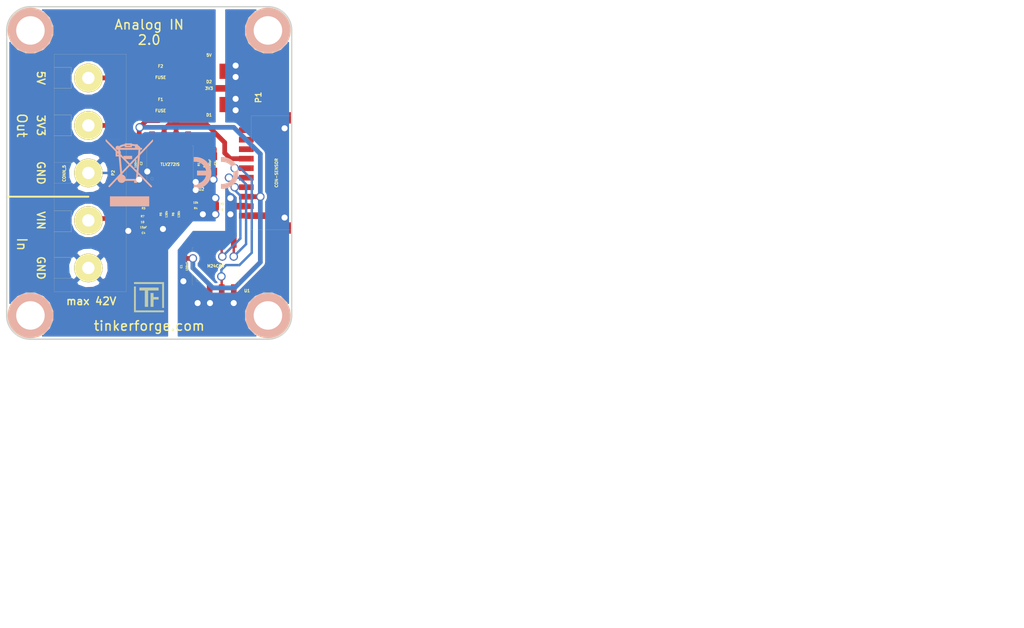
<source format=kicad_pcb>
(kicad_pcb (version 4) (host pcbnew "(2015-03-18 BZR 5525)-product")
  (title_block (title "Analog In Bricklet") (date "24 Feb 2015") (rev 2.0) (company "Tinkerforge GmbH") (comment 1 "Licensed under CERN OHL v.1.1") (comment 2 "Copyright (©) 2015, B.Nordmeyer <bastian@tinkerforge.com>"))
  (layers (0 F.Cu signal) (31 B.Cu signal hide) (34 B.Paste user) (35 F.Paste user) (36 B.SilkS user) (37 F.SilkS user) (38 B.Mask user) (39 F.Mask user) (44 Edge.Cuts user))
  (net 0 "")
  (net 1 3V3)
  (net 2 GND)
  (net 3 AGND)
  (net 4 ADC0)
  (net 5 +5V)
  (net 6 "Net-(P1-Pad4)")
  (net 7 "Net-(P1-Pad5)")
  (net 8 "Net-(P1-Pad6)")
  (net 9 "Net-(P1-Pad7)")
  (net 10 "Net-(C4-Pad2)")
  (net 11 "Net-(R1-Pad2)")
  (net 12 "Net-(R3-Pad2)")
  (net 13 "Net-(R4-Pad1)")
  (net 14 "Net-(F1-Pad2)")
  (net 15 "Net-(F2-Pad2)")
  (net 16 "Net-(P2-Pad2)")
  (module logo:Logo_31x31 (layer F.Cu) (at 188.9 123.6)
    (fp_text reference G*** hide)
    (fp_text value Logo_31x31 hide)
  )
  (module tinkerforge:Fiducial_Mark (layer F.Cu) (at 198.5 128.1)
    (fp_text reference Fiducial_Mark hide)
    (fp_text value VAL** hide)
    (pad 1 smd circle (at 0 0) (size 1.00076 1.00076) (layers F.Cu F.Mask) (clearance 0.65024))
  )
  (module tinkerforge:Fiducial_Mark (layer F.Cu) (at 182.5 96.1)
    (fp_text reference Fiducial_Mark hide)
    (fp_text value VAL** hide)
    (pad 1 smd circle (at 0 0) (size 1.00076 1.00076) (layers F.Cu F.Mask) (clearance 0.65024))
  )
  (module tinkerforge:CE_5mm (layer B.Cu) (at 197.5 112.1 180)
    (fp_text reference VAL hide)
    (fp_text value CE_5mm hide)
  )
  (module tinkerforge:WEEE_7mm (layer B.Cu) (at 188.4 112.1)
    (fp_text reference VAL hide)
    (fp_text value WEEE_7mm hide)
  )
  (module kicad-libraries:0603 (layer F.Cu) (at 194.1 121.9 270)
    (fp_text reference C1 (at 0.05 0.225 270) (layer F.SilkS) (effects (font (size 0.2 0.2) (thickness 0.05))))
    (fp_text value 100nF (at 0.05 -0.375 270) (layer F.SilkS) (effects (font (size 0.2 0.2) (thickness 0.05))))
    (pad 1 smd rect (at -0.8001 0 270) (size 0.8001 0.8001) (layers F.Cu F.Paste F.Mask) (net 1 3V3))
    (pad 2 smd rect (at 0.8001 0 270) (size 0.8001 0.8001) (layers F.Cu F.Paste F.Mask) (net 2 GND))
  )
  (module kicad-libraries:0603 (layer F.Cu) (at 189.45 111.15 90)
    (fp_text reference C2 (at 0.05 0.225 90) (layer F.SilkS) (effects (font (size 0.2 0.2) (thickness 0.05))))
    (fp_text value 100nF (at 0.05 -0.375 90) (layer F.SilkS) (effects (font (size 0.2 0.2) (thickness 0.05))))
    (pad 1 smd rect (at -0.8001 0 90) (size 0.8001 0.8001) (layers F.Cu F.Paste F.Mask) (net 3 AGND))
    (pad 2 smd rect (at 0.8001 0 90) (size 0.8001 0.8001) (layers F.Cu F.Paste F.Mask) (net 1 3V3))
  )
  (module kicad-libraries:0603 (layer F.Cu) (at 197.25 111.15 90)
    (fp_text reference C3 (at 0.05 0.225 90) (layer F.SilkS) (effects (font (size 0.2 0.2) (thickness 0.05))))
    (fp_text value 180pF (at 0.05 -0.375 90) (layer F.SilkS) (effects (font (size 0.2 0.2) (thickness 0.05))))
    (pad 1 smd rect (at -0.8001 0 90) (size 0.8001 0.8001) (layers F.Cu F.Paste F.Mask) (net 3 AGND))
    (pad 2 smd rect (at 0.8001 0 90) (size 0.8001 0.8001) (layers F.Cu F.Paste F.Mask) (net 4 ADC0))
  )
  (module kicad-libraries:0603 (layer F.Cu) (at 189.85 118.2)
    (fp_text reference C4 (at 0.05 0.225) (layer F.SilkS) (effects (font (size 0.2 0.2) (thickness 0.05))))
    (fp_text value 15pF (at 0.05 -0.375) (layer F.SilkS) (effects (font (size 0.2 0.2) (thickness 0.05))))
    (pad 1 smd rect (at -0.8001 0) (size 0.8001 0.8001) (layers F.Cu F.Paste F.Mask) (net 3 AGND))
    (pad 2 smd rect (at 0.8001 0) (size 0.8001 0.8001) (layers F.Cu F.Paste F.Mask) (net 10 "Net-(C4-Pad2)"))
  )
  (module kicad-libraries:MiniMelf (layer F.Cu) (at 196.8 104.9)
    (fp_text reference D1 (at 0 1.09982) (layer F.SilkS) (effects (font (size 0.29972 0.29972) (thickness 0.0762))))
    (fp_text value 3V3 (at 0 -1.69926) (layer F.SilkS) (effects (font (size 0.29972 0.29972) (thickness 0.0762))))
    (pad 2 smd rect (at -1.69926 0) (size 1.19888 1.6002) (layers F.Cu F.Paste F.Mask) (net 1 3V3))
    (pad 1 smd rect (at 1.69926 0) (size 1.19888 1.6002) (layers F.Cu F.Paste F.Mask) (net 2 GND))
  )
  (module kicad-libraries:MiniMelf (layer F.Cu) (at 196.8 101.4)
    (fp_text reference D2 (at 0 1.09982) (layer F.SilkS) (effects (font (size 0.29972 0.29972) (thickness 0.0762))))
    (fp_text value 5V (at 0 -1.69926) (layer F.SilkS) (effects (font (size 0.29972 0.29972) (thickness 0.0762))))
    (pad 2 smd rect (at -1.69926 0) (size 1.19888 1.6002) (layers F.Cu F.Paste F.Mask) (net 5 +5V))
    (pad 1 smd rect (at 1.69926 0) (size 1.19888 1.6002) (layers F.Cu F.Paste F.Mask) (net 2 GND))
  )
  (module kicad-libraries:1206 (layer F.Cu) (at 191.7 104.9 180)
    (fp_text reference F1 (at 0 0.5375 180) (layer F.SilkS) (effects (font (size 0.3 0.3) (thickness 0.075))))
    (fp_text value FUSE (at 0 -0.65 180) (layer F.SilkS) (effects (font (size 0.3 0.3) (thickness 0.075))))
    (pad 1 smd rect (at -1.50114 0 180) (size 1.00076 1.6002) (layers F.Cu F.Paste F.Mask) (net 1 3V3))
    (pad 2 smd rect (at 1.50114 0 180) (size 1.00076 1.6002) (layers F.Cu F.Paste F.Mask) (net 14 "Net-(F1-Pad2)"))
  )
  (module kicad-libraries:1206 (layer F.Cu) (at 191.7 101.4 180)
    (fp_text reference F2 (at 0 0.5375 180) (layer F.SilkS) (effects (font (size 0.3 0.3) (thickness 0.075))))
    (fp_text value FUSE (at 0 -0.65 180) (layer F.SilkS) (effects (font (size 0.3 0.3) (thickness 0.075))))
    (pad 1 smd rect (at -1.50114 0 180) (size 1.00076 1.6002) (layers F.Cu F.Paste F.Mask) (net 5 +5V))
    (pad 2 smd rect (at 1.50114 0 180) (size 1.00076 1.6002) (layers F.Cu F.Paste F.Mask) (net 15 "Net-(F2-Pad2)"))
  )
  (module kicad-libraries:CON-SENSOR (layer F.Cu) (at 205.5 112.1 90)
    (fp_text reference P1 (at 7.9502 -3.50012 90) (layer F.SilkS) (effects (font (size 0.59944 0.59944) (thickness 0.12446))))
    (fp_text value CON-SENSOR (at 0 -1.6002 90) (layer F.SilkS) (effects (font (size 0.29972 0.29972) (thickness 0.07112))))
    (pad 1 smd rect (at -4.50088 -4.7752 90) (size 0.59944 1.5494) (layers F.Cu F.Paste F.Mask) (net 5 +5V))
    (pad 2 smd rect (at -3.50012 -4.7752 90) (size 0.59944 1.5494) (layers F.Cu F.Paste F.Mask) (net 2 GND))
    (pad 3 smd rect (at -2.49936 -4.7752 90) (size 0.59944 1.5494) (layers F.Cu F.Paste F.Mask) (net 1 3V3))
    (pad 4 smd rect (at -1.50114 -4.7752 90) (size 0.59944 1.5494) (layers F.Cu F.Paste F.Mask) (net 6 "Net-(P1-Pad4)"))
    (pad 5 smd rect (at -0.50038 -4.7752 90) (size 0.59944 1.5494) (layers F.Cu F.Paste F.Mask) (net 7 "Net-(P1-Pad5)"))
    (pad 6 smd rect (at 0.50038 -4.7752 90) (size 0.59944 1.5494) (layers F.Cu F.Paste F.Mask) (net 8 "Net-(P1-Pad6)"))
    (pad 7 smd rect (at 1.50114 -4.7752 90) (size 0.59944 1.5494) (layers F.Cu F.Paste F.Mask) (net 9 "Net-(P1-Pad7)"))
    (pad 8 smd rect (at 2.49936 -4.7752 90) (size 0.59944 1.5494) (layers F.Cu F.Paste F.Mask))
    (pad 9 smd rect (at 3.50012 -4.7752 90) (size 0.59944 1.5494) (layers F.Cu F.Paste F.Mask))
    (pad 10 smd rect (at 4.50088 -4.7752 90) (size 0.59944 1.5494) (layers F.Cu F.Paste F.Mask))
    (pad EP smd rect (at -5.79882 -0.89916 90) (size 1.19888 1.80086) (layers F.Cu F.Paste F.Mask) (net 2 GND))
    (pad EP smd rect (at 5.79882 -0.89916 90) (size 1.19888 1.80086) (layers F.Cu F.Paste F.Mask) (net 2 GND))
  )
  (module kicad-libraries:AKL_5_5 (layer F.Cu) (at 184.1 112.1 90)
    (fp_text reference P2 (at 0 2.60096 90) (layer F.SilkS) (effects (font (size 0.3 0.3) (thickness 0.075))))
    (fp_text value CONN_5 (at -0.0508 -2.55016 90) (layer F.SilkS) (effects (font (size 0.29972 0.29972) (thickness 0.07493))))
    (pad 2 thru_hole circle (at -5 0 90) (size 2.99974 2.99974) (drill 1.30048) (layers *.Cu *.Mask F.SilkS) (net 16 "Net-(P2-Pad2)"))
    (pad 3 thru_hole circle (at 0 0 90) (size 2.99974 2.99974) (drill 1.30048) (layers *.Cu *.Mask F.SilkS) (net 3 AGND))
    (pad 4 thru_hole circle (at 5 0 90) (size 2.99974 2.99974) (drill 1.30048) (layers *.Cu *.Mask F.SilkS) (net 14 "Net-(F1-Pad2)"))
    (pad 5 thru_hole circle (at 10 0 90) (size 2.99974 2.99974) (drill 1.30048) (layers *.Cu *.Mask F.SilkS) (net 15 "Net-(F2-Pad2)"))
    (pad 1 thru_hole circle (at -10 0 90) (size 2.99974 2.99974) (drill 1.30048) (layers *.Cu *.Mask F.SilkS) (net 3 AGND))
  )
  (module kicad-libraries:0603 (layer F.Cu) (at 195.95 111.15 270)
    (fp_text reference R1 (at 0.05 0.225 270) (layer F.SilkS) (effects (font (size 0.2 0.2) (thickness 0.05))))
    (fp_text value 68.1 (at 0.05 -0.375 270) (layer F.SilkS) (effects (font (size 0.2 0.2) (thickness 0.05))))
    (pad 1 smd rect (at -0.8001 0 270) (size 0.8001 0.8001) (layers F.Cu F.Paste F.Mask) (net 4 ADC0))
    (pad 2 smd rect (at 0.8001 0 270) (size 0.8001 0.8001) (layers F.Cu F.Paste F.Mask) (net 11 "Net-(R1-Pad2)"))
  )
  (module kicad-libraries:0603 (layer F.Cu) (at 198.25 115.6 180)
    (fp_text reference R2 (at 0.05 0.225 180) (layer F.SilkS) (effects (font (size 0.2 0.2) (thickness 0.05))))
    (fp_text value 0 (at 0.05 -0.375 180) (layer F.SilkS) (effects (font (size 0.2 0.2) (thickness 0.05))))
    (pad 1 smd rect (at -0.8001 0 180) (size 0.8001 0.8001) (layers F.Cu F.Paste F.Mask) (net 2 GND))
    (pad 2 smd rect (at 0.8001 0 180) (size 0.8001 0.8001) (layers F.Cu F.Paste F.Mask) (net 3 AGND))
  )
  (module kicad-libraries:0603 (layer F.Cu) (at 189.85 115.6)
    (fp_text reference R3 (at 0.05 0.225) (layer F.SilkS) (effects (font (size 0.2 0.2) (thickness 0.05))))
    (fp_text value 10k (at 0.05 -0.375) (layer F.SilkS) (effects (font (size 0.2 0.2) (thickness 0.05))))
    (pad 1 smd rect (at -0.8001 0) (size 0.8001 0.8001) (layers F.Cu F.Paste F.Mask) (net 11 "Net-(R1-Pad2)"))
    (pad 2 smd rect (at 0.8001 0) (size 0.8001 0.8001) (layers F.Cu F.Paste F.Mask) (net 12 "Net-(R3-Pad2)"))
  )
  (module kicad-libraries:0603 (layer F.Cu) (at 195.35 115.6)
    (fp_text reference R4 (at 0.05 0.225) (layer F.SilkS) (effects (font (size 0.2 0.2) (thickness 0.05))))
    (fp_text value 10k (at 0.05 -0.375) (layer F.SilkS) (effects (font (size 0.2 0.2) (thickness 0.05))))
    (pad 1 smd rect (at -0.8001 0) (size 0.8001 0.8001) (layers F.Cu F.Paste F.Mask) (net 13 "Net-(R4-Pad1)"))
    (pad 2 smd rect (at 0.8001 0) (size 0.8001 0.8001) (layers F.Cu F.Paste F.Mask) (net 3 AGND))
  )
  (module kicad-libraries:0603 (layer F.Cu) (at 191.95 116.4 270)
    (fp_text reference R5 (at 0.05 0.225 270) (layer F.SilkS) (effects (font (size 0.2 0.2) (thickness 0.05))))
    (fp_text value 130k (at 0.05 -0.375 270) (layer F.SilkS) (effects (font (size 0.2 0.2) (thickness 0.05))))
    (pad 1 smd rect (at -0.8001 0 270) (size 0.8001 0.8001) (layers F.Cu F.Paste F.Mask) (net 12 "Net-(R3-Pad2)"))
    (pad 2 smd rect (at 0.8001 0 270) (size 0.8001 0.8001) (layers F.Cu F.Paste F.Mask) (net 3 AGND))
  )
  (module kicad-libraries:0603 (layer F.Cu) (at 193.25 116.4 270)
    (fp_text reference R6 (at 0.05 0.225 270) (layer F.SilkS) (effects (font (size 0.2 0.2) (thickness 0.05))))
    (fp_text value 130k (at 0.05 -0.375 270) (layer F.SilkS) (effects (font (size 0.2 0.2) (thickness 0.05))))
    (pad 1 smd rect (at -0.8001 0 270) (size 0.8001 0.8001) (layers F.Cu F.Paste F.Mask) (net 13 "Net-(R4-Pad1)"))
    (pad 2 smd rect (at 0.8001 0 270) (size 0.8001 0.8001) (layers F.Cu F.Paste F.Mask) (net 10 "Net-(C4-Pad2)"))
  )
  (module kicad-libraries:0603 (layer F.Cu) (at 189.85 116.9 180)
    (fp_text reference R7 (at 0.05 0.225 180) (layer F.SilkS) (effects (font (size 0.2 0.2) (thickness 0.05))))
    (fp_text value 10 (at 0.05 -0.375 180) (layer F.SilkS) (effects (font (size 0.2 0.2) (thickness 0.05))))
    (pad 1 smd rect (at -0.8001 0 180) (size 0.8001 0.8001) (layers F.Cu F.Paste F.Mask) (net 10 "Net-(C4-Pad2)"))
    (pad 2 smd rect (at 0.8001 0 180) (size 0.8001 0.8001) (layers F.Cu F.Paste F.Mask) (net 16 "Net-(P2-Pad2)"))
  )
  (module kicad-libraries:SOIC8 (layer F.Cu) (at 197.5 121.9)
    (fp_text reference U1 (at 3.29946 2.60096) (layer F.SilkS) (effects (font (size 0.29972 0.29972) (thickness 0.0762))))
    (fp_text value M24C64 (at 0 0) (layer F.SilkS) (effects (font (size 0.29972 0.29972) (thickness 0.0762))))
    (pad 1 smd rect (at -1.90246 2.69748 180) (size 0.59944 1.5494) (layers F.Cu F.Paste F.Mask) (net 2 GND))
    (pad 2 smd rect (at -0.63246 2.69748 180) (size 0.59944 1.5494) (layers F.Cu F.Paste F.Mask) (net 2 GND))
    (pad 3 smd rect (at 0.63246 2.69748 180) (size 0.59944 1.5494) (layers F.Cu F.Paste F.Mask) (net 8 "Net-(P1-Pad6)"))
    (pad 4 smd rect (at 1.90246 2.69748 180) (size 0.59944 1.5494) (layers F.Cu F.Paste F.Mask) (net 2 GND))
    (pad 5 smd rect (at 1.90246 -2.69748) (size 0.59944 1.5494) (layers F.Cu F.Paste F.Mask) (net 7 "Net-(P1-Pad5)"))
    (pad 6 smd rect (at 0.63246 -2.69748) (size 0.59944 1.5494) (layers F.Cu F.Paste F.Mask) (net 6 "Net-(P1-Pad4)"))
    (pad 7 smd rect (at -0.63246 -2.69748) (size 0.59944 1.5494) (layers F.Cu F.Paste F.Mask))
    (pad 8 smd rect (at -1.90246 -2.69748) (size 0.59944 1.5494) (layers F.Cu F.Paste F.Mask) (net 1 3V3))
  )
  (module kicad-libraries:SOIC8 (layer F.Cu) (at 192.7 111.2)
    (fp_text reference U2 (at 3.29946 2.60096) (layer F.SilkS) (effects (font (size 0.29972 0.29972) (thickness 0.0762))))
    (fp_text value TLV272IS (at 0 0) (layer F.SilkS) (effects (font (size 0.29972 0.29972) (thickness 0.0762))))
    (pad 1 smd rect (at -1.90246 2.69748 180) (size 0.59944 1.5494) (layers F.Cu F.Paste F.Mask) (net 11 "Net-(R1-Pad2)"))
    (pad 2 smd rect (at -0.63246 2.69748 180) (size 0.59944 1.5494) (layers F.Cu F.Paste F.Mask) (net 12 "Net-(R3-Pad2)"))
    (pad 3 smd rect (at 0.63246 2.69748 180) (size 0.59944 1.5494) (layers F.Cu F.Paste F.Mask) (net 13 "Net-(R4-Pad1)"))
    (pad 4 smd rect (at 1.90246 2.69748 180) (size 0.59944 1.5494) (layers F.Cu F.Paste F.Mask) (net 3 AGND))
    (pad 5 smd rect (at 1.90246 -2.69748) (size 0.59944 1.5494) (layers F.Cu F.Paste F.Mask) (net 4 ADC0))
    (pad 6 smd rect (at 0.63246 -2.69748) (size 0.59944 1.5494) (layers F.Cu F.Paste F.Mask) (net 9 "Net-(P1-Pad7)"))
    (pad 7 smd rect (at -0.63246 -2.69748) (size 0.59944 1.5494) (layers F.Cu F.Paste F.Mask) (net 9 "Net-(P1-Pad7)"))
    (pad 8 smd rect (at -1.90246 -2.69748) (size 0.59944 1.5494) (layers F.Cu F.Paste F.Mask) (net 1 3V3))
  )
  (module kicad-libraries:DRILL_NP (layer F.Cu) (at 178 97.1)
    (fp_text reference U3 hide)
    (fp_text value DRILL hide)
    (pad "" np_thru_hole circle (at 0 0) (size 2.99974 2.99974) (drill 2.99974) (layers *.Cu *.Mask F.SilkS) (clearance 0.89916))
  )
  (module kicad-libraries:DRILL_NP (layer F.Cu) (at 178 127.1)
    (fp_text reference U4 hide)
    (fp_text value DRILL hide)
    (pad "" np_thru_hole circle (at 0 0) (size 2.99974 2.99974) (drill 2.99974) (layers *.Cu *.Mask F.SilkS) (clearance 0.89916))
  )
  (module kicad-libraries:DRILL_NP (layer F.Cu) (at 203 127.1)
    (fp_text reference U5 hide)
    (fp_text value DRILL hide)
    (pad "" np_thru_hole circle (at 0 0) (size 2.99974 2.99974) (drill 2.99974) (layers *.Cu *.Mask F.SilkS) (clearance 0.89916))
  )
  (module kicad-libraries:DRILL_NP (layer F.Cu) (at 203 97.1)
    (fp_text reference U6 hide)
    (fp_text value DRILL hide)
    (pad "" np_thru_hole circle (at 0 0) (size 2.99974 2.99974) (drill 2.99974) (layers *.Cu *.Mask F.SilkS) (clearance 0.89916))
  )
  (gr_line (start 184.1 114.6) (end 175.5 114.6) (angle 90) (layer F.SilkS) (width 0.2))
  (gr_line (start 175.5 127.1) (end 175.5 97.1) (angle 90) (layer Edge.Cuts) (width 0.15))
  (gr_line (start 205.5 127.1) (end 205.5 97.1) (angle 90) (layer Edge.Cuts) (width 0.15))
  (gr_text In (at 177.1 119.6 270) (layer F.SilkS) (effects (font (size 1 1))))
  (gr_text GND (at 179.1 112.1 270) (layer F.SilkS) (effects (font (size 0.8 0.8))))
  (gr_text 3V3 (at 179.1 107.1 270) (layer F.SilkS) (effects (font (size 0.8 0.8))))
  (gr_text "max 42V" (at 184.4 125.6) (layer F.SilkS) (effects (font (size 0.8 0.8))))
  (gr_text tinkerforge.com (at 190.5 128.2) (layer F.SilkS) (effects (font (size 1 1))))
  (gr_text "Analog IN\n2.0" (at 190.5 97.3) (layer F.SilkS) (effects (font (size 1 1))))
  (gr_text 5V (at 179.1 102.1 270) (layer F.SilkS) (effects (font (size 0.8 0.8))))
  (gr_text Out (at 177.1 107.1 270) (layer F.SilkS) (effects (font (size 1 1))))
  (gr_text VIN (at 179.1 117.1 270) (layer F.SilkS) (effects (font (size 0.8 0.8))))
  (gr_text GND (at 179.1 122.1 270) (layer F.SilkS) (effects (font (size 0.8 0.8))))
  (gr_line (start 178 129.6) (end 203 129.6) (angle 90) (layer Edge.Cuts) (width 0.15))
  (gr_line (start 203 94.6) (end 178 94.6) (angle 90) (layer Edge.Cuts) (width 0.15))
  (gr_arc (start 203 97.1) (end 203 94.6) (angle 90) (layer Edge.Cuts) (width 0.15))
  (gr_arc (start 203 127.1) (end 205.5 127.1) (angle 90) (layer Edge.Cuts) (width 0.15))
  (gr_arc (start 178 127.1) (end 178 129.6) (angle 90) (layer Edge.Cuts) (width 0.15))
  (gr_arc (start 178 97.1) (end 175.5 97.1) (angle 90) (layer Edge.Cuts) (width 0.15))
  (segment (start 195.10074 104.9) (end 193.20114 104.9) (width 0.5) (layer F.Cu) (net 1))
  (segment (start 189.5 107.3) (end 190.2 106.6) (width 0.5) (layer F.Cu) (net 1))
  (segment (start 191.50114 106.6) (end 193.20114 104.9) (width 0.5) (layer F.Cu) (net 1))
  (segment (start 190.2 106.6) (end 191.50114 106.6) (width 0.5) (layer F.Cu) (net 1))
  (segment (start 202.2 114.6) (end 202.2 110.1) (width 0.5) (layer B.Cu) (net 1))
  (segment (start 189.45 107.35) (end 189.45 110.3499) (width 0.5) (layer F.Cu) (net 1))
  (segment (start 189.5 107.3) (end 189.45 107.35) (width 0.5) (layer F.Cu) (net 1))
  (via (at 189.5 107.3) (size 0.889) (layers F.Cu B.Cu) (net 1))
  (segment (start 199.4 107.3) (end 189.5 107.3) (width 0.5) (layer B.Cu) (net 1))
  (segment (start 202.2 110.1) (end 199.4 107.3) (width 0.5) (layer B.Cu) (net 1))
  (segment (start 194.1 121.0999) (end 194.1 120.4) (width 0.5) (layer F.Cu) (net 1))
  (segment (start 195.29748 119.20252) (end 195.59754 119.20252) (width 0.5) (layer F.Cu) (net 1))
  (segment (start 194.1 120.4) (end 195.29748 119.20252) (width 0.5) (layer F.Cu) (net 1))
  (segment (start 200.7248 114.59936) (end 200.72544 114.6) (width 0.5) (layer F.Cu) (net 1))
  (segment (start 200.72544 114.6) (end 202.2 114.6) (width 0.5) (layer F.Cu) (net 1))
  (via (at 202.2 114.6) (size 0.889) (layers F.Cu B.Cu) (net 1))
  (segment (start 202.2 114.6) (end 202.2 121.5) (width 0.5) (layer B.Cu) (net 1))
  (segment (start 202.2 121.5) (end 199.5 124.2) (width 0.5) (layer B.Cu) (net 1))
  (segment (start 199.5 124.2) (end 197.2 124.2) (width 0.5) (layer B.Cu) (net 1))
  (segment (start 197.2 124.2) (end 195.1 122.1) (width 0.5) (layer B.Cu) (net 1))
  (segment (start 195.1 122.1) (end 195.1 121.1) (width 0.5) (layer B.Cu) (net 1))
  (via (at 195.1 121.1) (size 0.889) (layers F.Cu B.Cu) (net 1))
  (segment (start 195.1 121.1) (end 195.0999 121.0999) (width 0.5) (layer F.Cu) (net 1))
  (segment (start 195.0999 121.0999) (end 194.1 121.0999) (width 0.5) (layer F.Cu) (net 1))
  (segment (start 190.79754 108.50252) (end 190.79754 109.70246) (width 0.7) (layer F.Cu) (net 1))
  (segment (start 190.79754 109.70246) (end 190.1501 110.3499) (width 0.7) (layer F.Cu) (net 1))
  (segment (start 190.1501 110.3499) (end 189.45 110.3499) (width 0.7) (layer F.Cu) (net 1))
  (segment (start 194.1 122.7001) (end 194.1 123.5) (width 0.7) (layer F.Cu) (net 2))
  (via (at 194.1 123.5) (size 0.889) (layers F.Cu B.Cu) (net 2))
  (segment (start 199.40246 124.59748) (end 199.40246 125.79754) (width 0.254) (layer F.Cu) (net 2))
  (via (at 199.4 125.8) (size 0.889) (layers F.Cu B.Cu) (net 2))
  (segment (start 199.40246 125.79754) (end 199.4 125.8) (width 0.254) (layer F.Cu) (net 2))
  (segment (start 196.86754 124.59748) (end 196.86754 125.76754) (width 0.254) (layer F.Cu) (net 2))
  (via (at 196.9 125.8) (size 0.889) (layers F.Cu B.Cu) (net 2))
  (segment (start 196.86754 125.76754) (end 196.9 125.8) (width 0.254) (layer F.Cu) (net 2))
  (segment (start 195.59754 124.59748) (end 195.59754 125.79754) (width 0.254) (layer F.Cu) (net 2))
  (via (at 195.6 125.8) (size 0.889) (layers F.Cu B.Cu) (net 2))
  (segment (start 195.59754 125.79754) (end 195.6 125.8) (width 0.254) (layer F.Cu) (net 2))
  (segment (start 198.49926 104.9) (end 199 104.9) (width 0.7) (layer F.Cu) (net 2))
  (segment (start 199 104.9) (end 199.6 105.5) (width 0.7) (layer F.Cu) (net 2))
  (via (at 199.6 105.5) (size 0.889) (layers F.Cu B.Cu) (net 2))
  (segment (start 199 104.9) (end 199.6 104.3) (width 0.7) (layer F.Cu) (net 2))
  (via (at 199.6 104.3) (size 0.889) (layers F.Cu B.Cu) (net 2))
  (segment (start 198.49926 101.4) (end 199 101.4) (width 0.7) (layer F.Cu) (net 2))
  (segment (start 199 101.4) (end 199.6 102) (width 0.7) (layer F.Cu) (net 2))
  (via (at 199.6 102) (size 0.889) (layers F.Cu B.Cu) (net 2))
  (segment (start 199 101.4) (end 199.6 100.8) (width 0.7) (layer F.Cu) (net 2))
  (via (at 199.6 100.8) (size 0.889) (layers F.Cu B.Cu) (net 2))
  (segment (start 199.0501 116.4499) (end 199.0501 115.6) (width 0.7) (layer F.Cu) (net 2))
  (via (at 199.05 116.45) (size 0.889) (layers F.Cu B.Cu) (net 2))
  (segment (start 199.0501 116.4499) (end 199.05 116.45) (width 0.7) (layer F.Cu) (net 2))
  (segment (start 204.75 107.4) (end 204.75 116.8) (width 0.254) (layer B.Cu) (net 2))
  (segment (start 204.60084 116.94916) (end 204.60084 117.89882) (width 0.254) (layer F.Cu) (net 2))
  (segment (start 204.75 116.8) (end 204.60084 116.94916) (width 0.254) (layer F.Cu) (net 2))
  (via (at 204.75 116.8) (size 0.889) (layers F.Cu B.Cu) (net 2))
  (segment (start 204.60084 107.25084) (end 204.60084 106.30118) (width 0.254) (layer F.Cu) (net 2))
  (segment (start 204.75 107.4) (end 204.60084 107.25084) (width 0.254) (layer F.Cu) (net 2))
  (via (at 204.75 107.4) (size 0.889) (layers F.Cu B.Cu) (net 2))
  (segment (start 199.0501 115.6) (end 199.0501 114.7501) (width 0.7) (layer F.Cu) (net 2))
  (segment (start 199.0501 114.7501) (end 199.05 114.75) (width 0.7) (layer F.Cu) (net 2))
  (via (at 199.05 114.75) (size 0.889) (layers F.Cu B.Cu) (net 2))
  (segment (start 200.7248 115.60012) (end 199.05022 115.60012) (width 0.7) (layer F.Cu) (net 2))
  (segment (start 199.05022 115.60012) (end 199.0501 115.6) (width 0.7) (layer F.Cu) (net 2))
  (segment (start 184.1 112.1) (end 188.75 112.1) (width 0.254) (layer B.Cu) (net 3))
  (segment (start 188.75 112.1) (end 189.45 112.8) (width 0.254) (layer B.Cu) (net 3))
  (segment (start 184.1 122.1) (end 184.4 122.1) (width 0.254) (layer B.Cu) (net 3))
  (segment (start 184.4 122.1) (end 188.3 118.2) (width 0.254) (layer B.Cu) (net 3))
  (segment (start 188.3 118.2) (end 188.3 117) (width 0.254) (layer B.Cu) (net 3))
  (via (at 188.3 118.2) (size 0.889) (layers F.Cu B.Cu) (net 3))
  (segment (start 189.0499 118.2) (end 188.3 118.2) (width 0.7) (layer F.Cu) (net 3))
  (segment (start 188.3 117) (end 188.2 116.9) (width 0.254) (layer B.Cu) (net 3))
  (segment (start 188.2 116.9) (end 188.2 114.05) (width 0.254) (layer B.Cu) (net 3))
  (segment (start 189.45 116.9) (end 190.55 118) (width 0.254) (layer B.Cu) (net 3))
  (segment (start 188.2 116.9) (end 189.45 116.9) (width 0.254) (layer B.Cu) (net 3))
  (segment (start 188.2 114.05) (end 189.45 112.8) (width 0.254) (layer B.Cu) (net 3))
  (segment (start 189.45 112.8) (end 189.45 111.9501) (width 0.7) (layer F.Cu) (net 3))
  (via (at 189.45 112.8) (size 0.889) (layers F.Cu B.Cu) (net 3))
  (segment (start 197.45 116.45) (end 196.15 116.45) (width 0.254) (layer B.Cu) (net 3))
  (via (at 197.45 116.45) (size 0.889) (layers F.Cu B.Cu) (net 3))
  (segment (start 197.4499 116.4499) (end 197.45 116.45) (width 0.7) (layer F.Cu) (net 3))
  (segment (start 197.4499 115.6) (end 197.4499 116.4499) (width 0.7) (layer F.Cu) (net 3))
  (segment (start 196.1501 116.4499) (end 196.15 116.45) (width 0.7) (layer F.Cu) (net 3))
  (via (at 196.15 116.45) (size 0.889) (layers F.Cu B.Cu) (net 3))
  (segment (start 196.1501 116.4499) (end 196.1501 115.6) (width 0.7) (layer F.Cu) (net 3))
  (segment (start 197.45 114.75) (end 196.25 114.75) (width 0.254) (layer B.Cu) (net 3))
  (segment (start 195.39748 113.89748) (end 195.4 113.9) (width 0.7) (layer F.Cu) (net 3))
  (via (at 195.4 113.9) (size 0.889) (layers F.Cu B.Cu) (net 3))
  (segment (start 194.60246 113.89748) (end 195.39748 113.89748) (width 0.7) (layer F.Cu) (net 3))
  (segment (start 197.4499 114.7501) (end 197.45 114.75) (width 0.7) (layer F.Cu) (net 3))
  (via (at 197.45 114.75) (size 0.889) (layers F.Cu B.Cu) (net 3))
  (segment (start 197.4499 114.7501) (end 197.4499 115.6) (width 0.7) (layer F.Cu) (net 3))
  (segment (start 196.25 114.75) (end 195.4 113.9) (width 0.254) (layer B.Cu) (net 3))
  (segment (start 195.4 113.05) (end 197 113.05) (width 0.254) (layer B.Cu) (net 3))
  (via (at 197.25 112.8) (size 0.889) (layers F.Cu B.Cu) (net 3))
  (segment (start 197.25 112.8) (end 197.25 111.9501) (width 0.7) (layer F.Cu) (net 3))
  (segment (start 197 113.05) (end 197.25 112.8) (width 0.254) (layer B.Cu) (net 3))
  (segment (start 190.3 111.95) (end 194.3 111.95) (width 0.254) (layer B.Cu) (net 3))
  (via (at 190.3 111.95) (size 0.889) (layers F.Cu B.Cu) (net 3))
  (segment (start 190.2999 111.9501) (end 190.3 111.95) (width 0.7) (layer F.Cu) (net 3))
  (segment (start 189.45 111.9501) (end 190.2999 111.9501) (width 0.7) (layer F.Cu) (net 3))
  (via (at 195.4 113.05) (size 0.889) (layers F.Cu B.Cu) (net 3))
  (segment (start 195.4 113.05) (end 194.60246 113.84754) (width 0.7) (layer F.Cu) (net 3))
  (segment (start 194.3 111.95) (end 195.4 113.05) (width 0.254) (layer B.Cu) (net 3))
  (segment (start 191.95 118) (end 190.55 118) (width 0.254) (layer B.Cu) (net 3))
  (via (at 191.95 118) (size 0.889) (layers F.Cu B.Cu) (net 3))
  (segment (start 191.95 117.2001) (end 191.95 118) (width 0.7) (layer F.Cu) (net 3))
  (segment (start 194.60246 113.89748) (end 194.60246 113.84754) (width 0.7) (layer F.Cu) (net 3))
  (segment (start 197.25 110.3499) (end 197.25 109.6) (width 0.7) (layer F.Cu) (net 4))
  (segment (start 196.15252 108.50252) (end 194.60246 108.50252) (width 0.7) (layer F.Cu) (net 4))
  (segment (start 197.25 109.6) (end 196.15252 108.50252) (width 0.7) (layer F.Cu) (net 4))
  (segment (start 195.95 110.3499) (end 197.25 110.3499) (width 0.7) (layer F.Cu) (net 4))
  (segment (start 195.10074 101.4) (end 193.20114 101.4) (width 0.7) (layer F.Cu) (net 5))
  (segment (start 200.7248 116.60088) (end 203.09912 116.60088) (width 0.7) (layer F.Cu) (net 5))
  (segment (start 196.90074 103.2) (end 195.10074 101.4) (width 0.7) (layer F.Cu) (net 5))
  (segment (start 200.1 103.2) (end 196.90074 103.2) (width 0.7) (layer F.Cu) (net 5))
  (segment (start 201.8 104.9) (end 200.1 103.2) (width 0.7) (layer F.Cu) (net 5))
  (segment (start 201.8 106.5) (end 201.8 104.9) (width 0.7) (layer F.Cu) (net 5))
  (segment (start 204.5 109.2) (end 201.8 106.5) (width 0.7) (layer F.Cu) (net 5))
  (segment (start 204.5 115.2) (end 204.5 109.2) (width 0.7) (layer F.Cu) (net 5))
  (segment (start 203.09912 116.60088) (end 204.5 115.2) (width 0.7) (layer F.Cu) (net 5))
  (segment (start 198.13246 119.20252) (end 198.13246 120.83246) (width 0.254) (layer F.Cu) (net 6))
  (segment (start 200.1 119) (end 200.1 114.5) (width 0.254) (layer B.Cu) (net 6))
  (segment (start 198.2 120.9) (end 200.1 119) (width 0.254) (layer B.Cu) (net 6))
  (via (at 198.2 120.9) (size 0.889) (layers F.Cu B.Cu) (net 6))
  (segment (start 198.13246 120.83246) (end 198.2 120.9) (width 0.254) (layer F.Cu) (net 6))
  (segment (start 199.5 113.6) (end 199.5 113.9) (width 0.254) (layer B.Cu) (net 6))
  (segment (start 199.50114 113.60114) (end 199.5 113.6) (width 0.254) (layer F.Cu) (net 6))
  (via (at 199.5 113.6) (size 0.889) (layers F.Cu B.Cu) (net 6))
  (segment (start 200.7248 113.60114) (end 199.50114 113.60114) (width 0.254) (layer F.Cu) (net 6))
  (segment (start 199.5 113.9) (end 200.1 114.5) (width 0.254) (layer B.Cu) (net 6))
  (segment (start 199.40246 119.20252) (end 199.40246 120.89754) (width 0.254) (layer F.Cu) (net 7))
  (segment (start 200.7 119.6) (end 200.7 113.3) (width 0.254) (layer B.Cu) (net 7))
  (segment (start 199.4 120.9) (end 200.7 119.6) (width 0.254) (layer B.Cu) (net 7))
  (via (at 199.4 120.9) (size 0.889) (layers F.Cu B.Cu) (net 7))
  (segment (start 199.40246 120.89754) (end 199.4 120.9) (width 0.254) (layer F.Cu) (net 7))
  (segment (start 199.40246 119.20252) (end 199.40246 118.59754) (width 0.254) (layer F.Cu) (net 7))
  (segment (start 200.7 113.3) (end 200 112.6) (width 0.254) (layer B.Cu) (net 7))
  (segment (start 198.90038 112.60038) (end 198.9 112.6) (width 0.254) (layer F.Cu) (net 7))
  (via (at 198.9 112.6) (size 0.889) (layers F.Cu B.Cu) (net 7))
  (segment (start 200.7248 112.60038) (end 198.90038 112.60038) (width 0.254) (layer F.Cu) (net 7))
  (segment (start 200 112.6) (end 198.9 112.6) (width 0.254) (layer B.Cu) (net 7))
  (segment (start 198.1 123) (end 198.1 122.3) (width 0.254) (layer B.Cu) (net 8))
  (segment (start 201.3 120.5) (end 201.3 112.8) (width 0.254) (layer B.Cu) (net 8))
  (segment (start 200 121.8) (end 201.3 120.5) (width 0.254) (layer B.Cu) (net 8))
  (segment (start 198.6 121.8) (end 200 121.8) (width 0.254) (layer B.Cu) (net 8))
  (segment (start 198.1 122.3) (end 198.6 121.8) (width 0.254) (layer B.Cu) (net 8))
  (segment (start 199.5 111.6) (end 200.1 111.6) (width 0.254) (layer B.Cu) (net 8))
  (segment (start 199.50038 111.59962) (end 199.5 111.6) (width 0.254) (layer F.Cu) (net 8))
  (via (at 199.5 111.6) (size 0.889) (layers F.Cu B.Cu) (net 8))
  (segment (start 200.7248 111.59962) (end 199.50038 111.59962) (width 0.254) (layer F.Cu) (net 8))
  (segment (start 198.13246 123.03246) (end 198.13246 124.59748) (width 0.254) (layer F.Cu) (net 8))
  (segment (start 198.1 123) (end 198.13246 123.03246) (width 0.254) (layer F.Cu) (net 8))
  (via (at 198.1 123) (size 0.889) (layers F.Cu B.Cu) (net 8))
  (segment (start 200.1 111.6) (end 201.3 112.8) (width 0.254) (layer B.Cu) (net 8))
  (segment (start 193.55 107.05) (end 192.55 107.05) (width 0.5) (layer F.Cu) (net 9))
  (segment (start 192.06754 107.53246) (end 192.06754 108.50252) (width 0.5) (layer F.Cu) (net 9))
  (segment (start 192.55 107.05) (end 192.06754 107.53246) (width 0.5) (layer F.Cu) (net 9))
  (segment (start 193.33246 108.50252) (end 193.33246 107.33246) (width 0.5) (layer F.Cu) (net 9))
  (segment (start 193.33246 107.33246) (end 193.05 107.05) (width 0.5) (layer F.Cu) (net 9))
  (segment (start 192.06754 108.50252) (end 192.06754 108.03246) (width 0.5) (layer F.Cu) (net 9))
  (segment (start 199.04886 110.59886) (end 200.7248 110.59886) (width 0.5) (layer F.Cu) (net 9))
  (segment (start 193.05 107.05) (end 193.55 107.05) (width 0.5) (layer F.Cu) (net 9))
  (segment (start 193.55 107.05) (end 196.6 107.05) (width 0.5) (layer F.Cu) (net 9))
  (segment (start 196.6 107.05) (end 198.45 108.9) (width 0.5) (layer F.Cu) (net 9))
  (segment (start 198.45 108.9) (end 198.45 110) (width 0.5) (layer F.Cu) (net 9))
  (segment (start 198.45 110) (end 199.04886 110.59886) (width 0.5) (layer F.Cu) (net 9))
  (segment (start 190.6501 118.2) (end 190.6501 118.6501) (width 0.7) (layer F.Cu) (net 10))
  (segment (start 193.25 118.45) (end 193.25 117.2001) (width 0.7) (layer F.Cu) (net 10))
  (segment (start 192.55 119.15) (end 193.25 118.45) (width 0.7) (layer F.Cu) (net 10))
  (segment (start 191.15 119.15) (end 192.55 119.15) (width 0.7) (layer F.Cu) (net 10))
  (segment (start 190.6501 118.6501) (end 191.15 119.15) (width 0.7) (layer F.Cu) (net 10))
  (segment (start 190.6501 116.9) (end 190.6501 118.2) (width 0.7) (layer F.Cu) (net 10))
  (segment (start 195.95 111.9501) (end 191.7999 111.9501) (width 0.7) (layer F.Cu) (net 11))
  (segment (start 190.79754 112.95246) (end 190.79754 113.89748) (width 0.7) (layer F.Cu) (net 11))
  (segment (start 191.7999 111.9501) (end 190.79754 112.95246) (width 0.7) (layer F.Cu) (net 11))
  (segment (start 189.0499 115.6) (end 189.0499 115.0001) (width 0.7) (layer F.Cu) (net 11))
  (segment (start 190.15252 113.89748) (end 190.79754 113.89748) (width 0.7) (layer F.Cu) (net 11))
  (segment (start 189.0499 115.0001) (end 190.15252 113.89748) (width 0.7) (layer F.Cu) (net 11))
  (segment (start 192.06754 113.89748) (end 192.06754 115.48236) (width 0.7) (layer F.Cu) (net 12))
  (segment (start 192.06754 115.48236) (end 191.95 115.5999) (width 0.254) (layer F.Cu) (net 12))
  (segment (start 191.95 115.5999) (end 190.6502 115.5999) (width 0.7) (layer F.Cu) (net 12))
  (segment (start 190.6502 115.5999) (end 190.6501 115.6) (width 0.254) (layer F.Cu) (net 12))
  (segment (start 192.06754 114.33246) (end 192.06754 113.89748) (width 0.254) (layer F.Cu) (net 12))
  (segment (start 193.25 115.5999) (end 193.25 113.97994) (width 0.7) (layer F.Cu) (net 13))
  (segment (start 193.25 113.97994) (end 193.33246 113.89748) (width 0.254) (layer F.Cu) (net 13))
  (segment (start 193.25 115.5999) (end 194.5498 115.5999) (width 0.7) (layer F.Cu) (net 13))
  (segment (start 194.5498 115.5999) (end 194.5499 115.6) (width 0.254) (layer F.Cu) (net 13))
  (segment (start 190.19886 104.9) (end 187.99886 107.1) (width 0.5) (layer F.Cu) (net 14))
  (segment (start 187.99886 107.1) (end 184.1 107.1) (width 0.5) (layer F.Cu) (net 14))
  (segment (start 190.19886 101.4) (end 189.49886 102.1) (width 0.5) (layer F.Cu) (net 15))
  (segment (start 189.49886 102.1) (end 184.1 102.1) (width 0.5) (layer F.Cu) (net 15))
  (segment (start 189.0499 116.9) (end 184.3 116.9) (width 0.5) (layer F.Cu) (net 16))
  (segment (start 184.3 116.9) (end 184.1 117.1) (width 0.5) (layer F.Cu) (net 16))
  (zone (net 2) (net_name GND) (layer B.Cu) (connect_pads (clearance 0.2)) (min_thickness 0.15) (fill yes (arc_segments 16) (thermal_gap 0.508) (thermal_bridge_width 0.508))
    (polygon (pts (xy 198.5 94.6) (xy 205.5 94.6) (xy 205.5 129.6) (xy 193.5 129.6) (xy 193.5 120.2) (xy 195.1 118.2) (xy 198.5 118.2)))
  )
  (zone (net 3) (net_name AGND) (layer B.Cu) (connect_pads (clearance 0.2)) (min_thickness 0.15) (fill yes (arc_segments 16) (thermal_gap 0.508) (thermal_bridge_width 0.508))
    (polygon (pts (xy 197.5 94.6) (xy 197.5 117.2) (xy 195.1 117.2) (xy 192.5 120.2) (xy 192.5 129.6) (xy 175.5 129.6) (xy 175.5 94.6)))
  )
)
</source>
